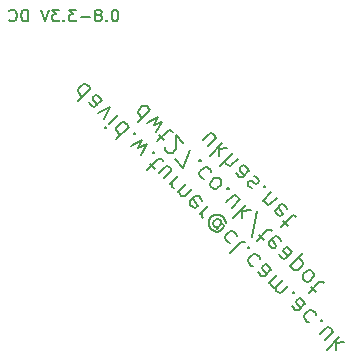
<source format=gbo>
G04 #@! TF.FileFunction,Legend,Bot*
%FSLAX46Y46*%
G04 Gerber Fmt 4.6, Leading zero omitted, Abs format (unit mm)*
G04 Created by KiCad (PCBNEW 0.201509071501+6164~29~ubuntu14.04.1-product) date Thu 07 Jan 2016 13:16:16 GMT*
%MOMM*%
G01*
G04 APERTURE LIST*
%ADD10C,0.100000*%
%ADD11C,0.150000*%
%ADD12C,0.200000*%
G04 APERTURE END LIST*
D10*
D11*
X125880952Y-88452381D02*
X125785713Y-88452381D01*
X125690475Y-88500000D01*
X125642856Y-88547619D01*
X125595237Y-88642857D01*
X125547618Y-88833333D01*
X125547618Y-89071429D01*
X125595237Y-89261905D01*
X125642856Y-89357143D01*
X125690475Y-89404762D01*
X125785713Y-89452381D01*
X125880952Y-89452381D01*
X125976190Y-89404762D01*
X126023809Y-89357143D01*
X126071428Y-89261905D01*
X126119047Y-89071429D01*
X126119047Y-88833333D01*
X126071428Y-88642857D01*
X126023809Y-88547619D01*
X125976190Y-88500000D01*
X125880952Y-88452381D01*
X125119047Y-89357143D02*
X125071428Y-89404762D01*
X125119047Y-89452381D01*
X125166666Y-89404762D01*
X125119047Y-89357143D01*
X125119047Y-89452381D01*
X124500000Y-88880952D02*
X124595238Y-88833333D01*
X124642857Y-88785714D01*
X124690476Y-88690476D01*
X124690476Y-88642857D01*
X124642857Y-88547619D01*
X124595238Y-88500000D01*
X124500000Y-88452381D01*
X124309523Y-88452381D01*
X124214285Y-88500000D01*
X124166666Y-88547619D01*
X124119047Y-88642857D01*
X124119047Y-88690476D01*
X124166666Y-88785714D01*
X124214285Y-88833333D01*
X124309523Y-88880952D01*
X124500000Y-88880952D01*
X124595238Y-88928571D01*
X124642857Y-88976190D01*
X124690476Y-89071429D01*
X124690476Y-89261905D01*
X124642857Y-89357143D01*
X124595238Y-89404762D01*
X124500000Y-89452381D01*
X124309523Y-89452381D01*
X124214285Y-89404762D01*
X124166666Y-89357143D01*
X124119047Y-89261905D01*
X124119047Y-89071429D01*
X124166666Y-88976190D01*
X124214285Y-88928571D01*
X124309523Y-88880952D01*
X123690476Y-89071429D02*
X122928571Y-89071429D01*
X122547619Y-88452381D02*
X121928571Y-88452381D01*
X122261905Y-88833333D01*
X122119047Y-88833333D01*
X122023809Y-88880952D01*
X121976190Y-88928571D01*
X121928571Y-89023810D01*
X121928571Y-89261905D01*
X121976190Y-89357143D01*
X122023809Y-89404762D01*
X122119047Y-89452381D01*
X122404762Y-89452381D01*
X122500000Y-89404762D01*
X122547619Y-89357143D01*
X121500000Y-89357143D02*
X121452381Y-89404762D01*
X121500000Y-89452381D01*
X121547619Y-89404762D01*
X121500000Y-89357143D01*
X121500000Y-89452381D01*
X121119048Y-88452381D02*
X120500000Y-88452381D01*
X120833334Y-88833333D01*
X120690476Y-88833333D01*
X120595238Y-88880952D01*
X120547619Y-88928571D01*
X120500000Y-89023810D01*
X120500000Y-89261905D01*
X120547619Y-89357143D01*
X120595238Y-89404762D01*
X120690476Y-89452381D01*
X120976191Y-89452381D01*
X121071429Y-89404762D01*
X121119048Y-89357143D01*
X120214286Y-88452381D02*
X119880953Y-89452381D01*
X119547619Y-88452381D01*
X118452381Y-89452381D02*
X118452381Y-88452381D01*
X118214286Y-88452381D01*
X118071428Y-88500000D01*
X117976190Y-88595238D01*
X117928571Y-88690476D01*
X117880952Y-88880952D01*
X117880952Y-89023810D01*
X117928571Y-89214286D01*
X117976190Y-89309524D01*
X118071428Y-89404762D01*
X118214286Y-89452381D01*
X118452381Y-89452381D01*
X116880952Y-89357143D02*
X116928571Y-89404762D01*
X117071428Y-89452381D01*
X117166666Y-89452381D01*
X117309524Y-89404762D01*
X117404762Y-89309524D01*
X117452381Y-89214286D01*
X117500000Y-89023810D01*
X117500000Y-88880952D01*
X117452381Y-88690476D01*
X117404762Y-88595238D01*
X117309524Y-88500000D01*
X117166666Y-88452381D01*
X117071428Y-88452381D01*
X116928571Y-88500000D01*
X116880952Y-88547619D01*
D12*
X123773143Y-95116191D02*
X122712483Y-96176851D01*
X123722636Y-95166698D02*
X123672128Y-95015176D01*
X123470098Y-94813145D01*
X123318575Y-94762637D01*
X123217560Y-94762638D01*
X123066036Y-94813145D01*
X122762991Y-95116190D01*
X122712484Y-95267713D01*
X122712483Y-95368728D01*
X122762991Y-95520252D01*
X122965021Y-95722283D01*
X123116544Y-95772790D01*
X124732788Y-96075836D02*
X124177205Y-96631420D01*
X124025681Y-96681927D01*
X123874158Y-96631420D01*
X123672128Y-96429389D01*
X123621621Y-96277866D01*
X124682281Y-96126343D02*
X124631773Y-95974821D01*
X124379235Y-95722283D01*
X124227712Y-95671775D01*
X124076189Y-95722282D01*
X123975174Y-95823297D01*
X123924666Y-95974821D01*
X123975174Y-96126343D01*
X124227712Y-96378881D01*
X124278220Y-96530404D01*
X124429743Y-97187004D02*
X125389388Y-96732435D01*
X124934819Y-97692080D01*
X126045987Y-97389034D02*
X125338880Y-98096141D01*
X124985326Y-98449694D02*
X124985326Y-98348679D01*
X125086342Y-98348679D01*
X125086342Y-98449694D01*
X124985326Y-98449694D01*
X125086342Y-98348679D01*
X127005632Y-98348679D02*
X125944971Y-99409340D01*
X126955124Y-98399187D02*
X126904616Y-98247664D01*
X126702586Y-98045634D01*
X126551063Y-97995125D01*
X126450048Y-97995126D01*
X126298525Y-98045633D01*
X125995479Y-98348679D01*
X125944972Y-98500202D01*
X125944971Y-98601217D01*
X125995479Y-98752741D01*
X126197510Y-98954771D01*
X126349033Y-99005278D01*
X127409693Y-98954771D02*
X127510708Y-98954770D01*
X127510708Y-98853756D01*
X127409693Y-98853755D01*
X127409693Y-98954771D01*
X127510708Y-98853756D01*
X127207663Y-99964924D02*
X128116800Y-99459847D01*
X127813754Y-100166954D01*
X128520861Y-99863909D01*
X128015785Y-100773046D01*
X129025938Y-100571016D02*
X129126953Y-100571015D01*
X129126953Y-100470000D01*
X129025938Y-100470000D01*
X129025938Y-100571016D01*
X129126953Y-100470000D01*
X128773399Y-101530661D02*
X129177461Y-101934722D01*
X128571369Y-102035737D02*
X129480507Y-101126599D01*
X129632029Y-101076091D01*
X129783552Y-101126600D01*
X129884567Y-101227615D01*
X129985583Y-102742844D02*
X130692689Y-102035737D01*
X129531014Y-102288275D02*
X130086598Y-101732691D01*
X130238121Y-101682183D01*
X130389644Y-101732692D01*
X130541166Y-101884214D01*
X130591674Y-102035736D01*
X130591674Y-102136752D01*
X131197766Y-102540814D02*
X130490659Y-103247920D01*
X130692690Y-103045889D02*
X130642182Y-103197412D01*
X130642182Y-103298428D01*
X130692689Y-103449951D01*
X130793704Y-103550966D01*
X131147258Y-103904519D02*
X131854365Y-103197412D01*
X131248274Y-103803503D02*
X131248273Y-103904518D01*
X131298781Y-104056042D01*
X131450303Y-104207565D01*
X131601826Y-104258072D01*
X131753350Y-104207565D01*
X132308933Y-103651981D01*
X133167563Y-104611625D02*
X133117055Y-104460103D01*
X132915025Y-104258073D01*
X132763502Y-104207565D01*
X132611979Y-104258072D01*
X132207918Y-104662133D01*
X132157411Y-104813656D01*
X132207918Y-104965179D01*
X132409948Y-105167210D01*
X132561471Y-105217717D01*
X132712995Y-105167210D01*
X132814010Y-105066194D01*
X132409948Y-104460103D01*
X133723147Y-105066194D02*
X133016040Y-105773301D01*
X133218071Y-105571270D02*
X133167563Y-105722793D01*
X133167563Y-105823808D01*
X133218070Y-105975332D01*
X133319085Y-106076347D01*
X134531269Y-106884468D02*
X134430254Y-106884469D01*
X134278731Y-106833961D01*
X134177715Y-106732945D01*
X134127207Y-106581422D01*
X134127208Y-106480407D01*
X134177715Y-106328884D01*
X134278730Y-106227869D01*
X134430254Y-106177362D01*
X134531269Y-106177361D01*
X134682791Y-106227869D01*
X134783807Y-106328885D01*
X134834315Y-106480407D01*
X134834314Y-106581422D01*
X134430254Y-106985483D02*
X134834314Y-106581422D01*
X134935330Y-106581422D01*
X134985837Y-106631930D01*
X135036345Y-106783453D01*
X134985837Y-106934976D01*
X134733299Y-107187514D01*
X134480761Y-107238022D01*
X134228223Y-107187514D01*
X133975685Y-107035991D01*
X133824162Y-106783453D01*
X133773654Y-106530915D01*
X133824162Y-106278377D01*
X133975684Y-106025839D01*
X134228223Y-105874316D01*
X134480761Y-105823808D01*
X134733300Y-105874316D01*
X134985837Y-106025839D01*
X135137360Y-106278376D01*
X135187868Y-106530915D01*
X136147513Y-107591575D02*
X136097005Y-107440052D01*
X135894974Y-107238022D01*
X135743451Y-107187513D01*
X135642436Y-107187514D01*
X135490913Y-107238021D01*
X135187868Y-107541067D01*
X135137360Y-107692590D01*
X135137360Y-107793605D01*
X135187868Y-107945129D01*
X135389898Y-108147159D01*
X135541421Y-108197666D01*
X136804111Y-108147159D02*
X136652588Y-108096650D01*
X136501066Y-108147158D01*
X135591928Y-109056296D01*
X137107157Y-108652235D02*
X137208172Y-108652234D01*
X137208172Y-108551220D01*
X137107157Y-108551219D01*
X137107157Y-108652235D01*
X137208172Y-108551220D01*
X138117310Y-109561372D02*
X138066802Y-109409850D01*
X137864772Y-109207819D01*
X137713249Y-109157311D01*
X137612233Y-109157311D01*
X137460710Y-109207819D01*
X137157665Y-109510864D01*
X137107158Y-109662387D01*
X137107157Y-109763402D01*
X137157665Y-109914926D01*
X137359695Y-110116956D01*
X137511218Y-110167464D01*
X139076954Y-110420002D02*
X138521370Y-110975586D01*
X138369847Y-111026093D01*
X138218324Y-110975586D01*
X138016294Y-110773555D01*
X137965787Y-110622032D01*
X139026447Y-110470509D02*
X138975939Y-110318987D01*
X138723401Y-110066448D01*
X138571878Y-110015941D01*
X138420355Y-110066448D01*
X138319340Y-110167463D01*
X138268832Y-110318987D01*
X138319340Y-110470509D01*
X138571878Y-110723047D01*
X138622386Y-110874570D01*
X139582031Y-110925078D02*
X138874924Y-111632185D01*
X138975940Y-111531169D02*
X138975939Y-111632184D01*
X139026447Y-111783708D01*
X139177969Y-111935231D01*
X139329492Y-111985738D01*
X139481015Y-111935231D01*
X140036599Y-111379647D01*
X139481015Y-111935231D02*
X139430508Y-112086754D01*
X139481015Y-112238277D01*
X139632538Y-112389799D01*
X139784062Y-112440307D01*
X139935584Y-112389799D01*
X140491168Y-111834215D01*
X140895229Y-112440307D02*
X140996244Y-112440306D01*
X140996244Y-112339292D01*
X140895229Y-112339291D01*
X140895229Y-112440307D01*
X140996244Y-112339292D01*
X141955889Y-113298937D02*
X141400306Y-113854521D01*
X141248782Y-113905028D01*
X141097259Y-113854521D01*
X140895229Y-113652490D01*
X140844722Y-113500967D01*
X141905382Y-113349444D02*
X141854874Y-113197922D01*
X141602336Y-112945384D01*
X141450813Y-112894876D01*
X141299290Y-112945383D01*
X141198275Y-113046398D01*
X141147767Y-113197922D01*
X141198275Y-113349444D01*
X141450813Y-113601982D01*
X141501321Y-113753505D01*
X142865027Y-114309089D02*
X142814519Y-114157567D01*
X142612489Y-113955536D01*
X142460966Y-113905028D01*
X142359951Y-113905029D01*
X142208427Y-113955536D01*
X141905382Y-114258581D01*
X141854875Y-114410104D01*
X141854874Y-114511119D01*
X141905382Y-114662643D01*
X142107412Y-114864674D01*
X142258935Y-114915181D01*
X143269088Y-114814166D02*
X143370103Y-114814165D01*
X143370103Y-114713150D01*
X143269088Y-114713150D01*
X143269088Y-114814166D01*
X143370103Y-114713150D01*
X143622641Y-116379902D02*
X144329748Y-115672795D01*
X143168072Y-115925334D02*
X143723657Y-115369749D01*
X143875179Y-115319241D01*
X144026702Y-115369750D01*
X144178225Y-115521272D01*
X144228733Y-115672795D01*
X144228733Y-115773811D01*
X144834824Y-116177872D02*
X143774164Y-117238532D01*
X144531779Y-116682948D02*
X145238885Y-116581933D01*
X144531778Y-117289039D02*
X144531779Y-116480917D01*
X128834008Y-96924364D02*
X127773348Y-97985024D01*
X128783501Y-96974871D02*
X128732993Y-96823348D01*
X128530962Y-96621318D01*
X128379439Y-96570810D01*
X128278424Y-96570810D01*
X128126901Y-96621317D01*
X127823856Y-96924363D01*
X127773348Y-97075886D01*
X127773348Y-97176901D01*
X127823856Y-97328425D01*
X128025886Y-97530455D01*
X128177409Y-97580962D01*
X128530962Y-98035532D02*
X129440100Y-97530455D01*
X129137054Y-98237561D01*
X129844161Y-97934517D01*
X129339084Y-98843654D01*
X129591623Y-99096192D02*
X129995684Y-99500253D01*
X129389592Y-99601268D02*
X130298730Y-98692131D01*
X130450253Y-98641623D01*
X130601776Y-98692131D01*
X130702791Y-98793146D01*
X130046192Y-100055836D02*
X130046192Y-100156852D01*
X130096699Y-100308375D01*
X130349237Y-100560913D01*
X130500760Y-100611421D01*
X130601776Y-100611421D01*
X130753299Y-100560913D01*
X130854314Y-100459898D01*
X130955330Y-100257867D01*
X130955329Y-99045685D01*
X131611928Y-99702284D01*
X130904821Y-101116497D02*
X131611928Y-101823604D01*
X132218019Y-100308375D01*
X132975633Y-101268019D02*
X133076649Y-101268019D01*
X133076649Y-101167004D01*
X132975633Y-101167004D01*
X132975633Y-101268019D01*
X133076649Y-101167004D01*
X133985786Y-102177157D02*
X133935279Y-102025634D01*
X133733248Y-101823604D01*
X133581725Y-101773095D01*
X133480710Y-101773096D01*
X133329187Y-101823603D01*
X133026141Y-102126649D01*
X132975634Y-102278172D01*
X132975633Y-102379187D01*
X133026141Y-102530711D01*
X133228172Y-102732741D01*
X133379695Y-102783248D01*
X134642385Y-102732741D02*
X134490862Y-102682232D01*
X134389847Y-102682233D01*
X134238324Y-102732740D01*
X133935279Y-103035786D01*
X133884771Y-103187309D01*
X133884771Y-103288324D01*
X133935279Y-103439848D01*
X134086801Y-103591370D01*
X134238324Y-103641877D01*
X134339340Y-103641877D01*
X134490863Y-103591370D01*
X134793908Y-103288325D01*
X134844416Y-103136802D01*
X134844416Y-103035786D01*
X134793908Y-102884263D01*
X134642385Y-102732741D01*
X135349492Y-103641878D02*
X135450507Y-103641877D01*
X135450507Y-103540863D01*
X135349492Y-103540862D01*
X135349492Y-103641878D01*
X135450507Y-103540863D01*
X135703045Y-105207615D02*
X136410152Y-104500508D01*
X135248477Y-104753046D02*
X135804061Y-104197462D01*
X135955584Y-104146954D01*
X136107107Y-104197462D01*
X136258629Y-104348985D01*
X136309137Y-104500507D01*
X136309137Y-104601523D01*
X136915229Y-105005584D02*
X135854569Y-106066245D01*
X136612183Y-105510660D02*
X137319289Y-105409645D01*
X136612183Y-106116752D02*
X136612183Y-105308630D01*
X137420305Y-107732996D02*
X137874874Y-105460153D01*
X138026397Y-107530966D02*
X138430458Y-107935027D01*
X137824367Y-108036043D02*
X138733504Y-107126905D01*
X138885027Y-107076397D01*
X139036550Y-107126905D01*
X139137565Y-107227921D01*
X139844672Y-108036042D02*
X139794164Y-107884519D01*
X139592133Y-107682489D01*
X139440611Y-107631981D01*
X139289088Y-107682488D01*
X138885027Y-108086550D01*
X138834519Y-108238073D01*
X138885027Y-108389596D01*
X139087057Y-108591626D01*
X139238580Y-108642133D01*
X139390103Y-108591626D01*
X139491118Y-108490611D01*
X139087057Y-107884519D01*
X140854824Y-108945180D02*
X140299240Y-109500763D01*
X140147717Y-109551271D01*
X139996194Y-109500763D01*
X139794164Y-109298733D01*
X139743657Y-109147210D01*
X140804317Y-108995687D02*
X140753809Y-108844164D01*
X140501271Y-108591626D01*
X140349748Y-108541118D01*
X140198225Y-108591626D01*
X140097210Y-108692641D01*
X140046702Y-108844164D01*
X140097210Y-108995687D01*
X140349748Y-109248225D01*
X140400255Y-109399748D01*
X140652794Y-110157363D02*
X141713454Y-109096703D01*
X140703302Y-110106855D02*
X140753809Y-110258378D01*
X140955839Y-110460408D01*
X141107362Y-110510916D01*
X141208378Y-110510916D01*
X141359901Y-110460408D01*
X141662947Y-110157363D01*
X141713454Y-110005840D01*
X141713454Y-109904824D01*
X141662946Y-109753302D01*
X141460916Y-109551271D01*
X141309393Y-109500763D01*
X142471069Y-110561424D02*
X142319545Y-110510916D01*
X142218530Y-110510916D01*
X142067007Y-110561424D01*
X141763962Y-110864469D01*
X141713455Y-111015992D01*
X141713454Y-111117007D01*
X141763962Y-111268531D01*
X141915484Y-111420053D01*
X142067007Y-111470561D01*
X142168023Y-111470561D01*
X142319546Y-111420053D01*
X142622592Y-111117008D01*
X142673099Y-110965485D01*
X142673099Y-110864469D01*
X142622591Y-110712947D01*
X142471069Y-110561424D01*
X142420561Y-111925130D02*
X142824622Y-112329191D01*
X142218530Y-112430206D02*
X143127668Y-111521069D01*
X143279190Y-111470561D01*
X143430714Y-111521069D01*
X143531729Y-111622084D01*
X133718096Y-99969973D02*
X134425203Y-99262866D01*
X133263527Y-99515405D02*
X133819112Y-98959820D01*
X133970634Y-98909312D01*
X134122157Y-98959821D01*
X134273680Y-99111343D01*
X134324188Y-99262866D01*
X134324188Y-99363882D01*
X134930279Y-99767943D02*
X133869619Y-100828603D01*
X134627234Y-100273019D02*
X135334340Y-100172004D01*
X134627233Y-100879110D02*
X134627234Y-100070988D01*
X135788909Y-100626573D02*
X134728249Y-101687233D01*
X136243478Y-101081141D02*
X135687894Y-101636725D01*
X135536371Y-101687232D01*
X135384848Y-101636725D01*
X135233325Y-101485203D01*
X135182818Y-101333679D01*
X135182818Y-101232664D01*
X137203123Y-102040786D02*
X136647539Y-102596370D01*
X136496016Y-102646877D01*
X136344493Y-102596370D01*
X136142463Y-102394340D01*
X136091955Y-102242817D01*
X137152615Y-102091294D02*
X137102108Y-101939771D01*
X136849569Y-101687233D01*
X136698047Y-101636725D01*
X136546524Y-101687232D01*
X136445509Y-101788247D01*
X136395001Y-101939771D01*
X136445509Y-102091294D01*
X136698047Y-102343832D01*
X136748554Y-102495355D01*
X137607184Y-102545862D02*
X137758706Y-102596370D01*
X137960737Y-102798401D01*
X138011245Y-102949923D01*
X137960737Y-103101446D01*
X137910229Y-103151954D01*
X137758707Y-103202462D01*
X137607184Y-103151954D01*
X137455661Y-103000431D01*
X137304139Y-102949923D01*
X137152615Y-103000431D01*
X137102108Y-103050939D01*
X137051600Y-103202462D01*
X137102108Y-103353985D01*
X137253631Y-103505508D01*
X137405154Y-103556015D01*
X138465814Y-103505508D02*
X138566829Y-103505507D01*
X138566829Y-103404493D01*
X138465814Y-103404492D01*
X138465814Y-103505508D01*
X138566829Y-103404493D01*
X138364799Y-104616676D02*
X139071906Y-103909569D01*
X138465815Y-104515660D02*
X138465814Y-104616675D01*
X138516322Y-104768199D01*
X138667844Y-104919721D01*
X138819367Y-104970229D01*
X138970890Y-104919721D01*
X139526474Y-104364138D01*
X140385104Y-105323782D02*
X140334596Y-105172260D01*
X140132566Y-104970229D01*
X139981043Y-104919721D01*
X139829520Y-104970229D01*
X139425459Y-105374290D01*
X139374952Y-105525813D01*
X139425459Y-105677336D01*
X139627489Y-105879366D01*
X139779012Y-105929874D01*
X139930535Y-105879366D01*
X140031551Y-105778351D01*
X139627489Y-105172260D01*
X140082058Y-106333935D02*
X140486119Y-106737996D01*
X139880027Y-106839011D02*
X140789165Y-105929874D01*
X140940688Y-105879366D01*
X141092211Y-105929874D01*
X141193226Y-106030890D01*
M02*

</source>
